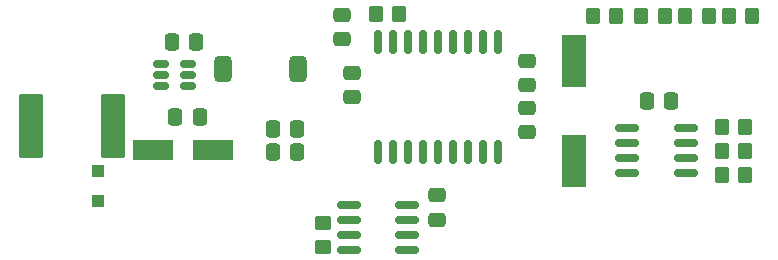
<source format=gtp>
%TF.GenerationSoftware,KiCad,Pcbnew,7.0.6*%
%TF.CreationDate,2023-08-14T14:17:20+01:00*%
%TF.ProjectId,canhat,63616e68-6174-42e6-9b69-6361645f7063,8*%
%TF.SameCoordinates,Original*%
%TF.FileFunction,Paste,Top*%
%TF.FilePolarity,Positive*%
%FSLAX46Y46*%
G04 Gerber Fmt 4.6, Leading zero omitted, Abs format (unit mm)*
G04 Created by KiCad (PCBNEW 7.0.6) date 2023-08-14 14:17:20*
%MOMM*%
%LPD*%
G01*
G04 APERTURE LIST*
G04 Aperture macros list*
%AMRoundRect*
0 Rectangle with rounded corners*
0 $1 Rounding radius*
0 $2 $3 $4 $5 $6 $7 $8 $9 X,Y pos of 4 corners*
0 Add a 4 corners polygon primitive as box body*
4,1,4,$2,$3,$4,$5,$6,$7,$8,$9,$2,$3,0*
0 Add four circle primitives for the rounded corners*
1,1,$1+$1,$2,$3*
1,1,$1+$1,$4,$5*
1,1,$1+$1,$6,$7*
1,1,$1+$1,$8,$9*
0 Add four rect primitives between the rounded corners*
20,1,$1+$1,$2,$3,$4,$5,0*
20,1,$1+$1,$4,$5,$6,$7,0*
20,1,$1+$1,$6,$7,$8,$9,0*
20,1,$1+$1,$8,$9,$2,$3,0*%
G04 Aperture macros list end*
%ADD10RoundRect,0.250000X0.350000X0.450000X-0.350000X0.450000X-0.350000X-0.450000X0.350000X-0.450000X0*%
%ADD11RoundRect,0.250000X0.475000X-0.337500X0.475000X0.337500X-0.475000X0.337500X-0.475000X-0.337500X0*%
%ADD12RoundRect,0.250000X-0.475000X0.337500X-0.475000X-0.337500X0.475000X-0.337500X0.475000X0.337500X0*%
%ADD13RoundRect,0.150000X0.150000X-0.875000X0.150000X0.875000X-0.150000X0.875000X-0.150000X-0.875000X0*%
%ADD14RoundRect,0.150000X0.825000X0.150000X-0.825000X0.150000X-0.825000X-0.150000X0.825000X-0.150000X0*%
%ADD15RoundRect,0.250000X0.337500X0.475000X-0.337500X0.475000X-0.337500X-0.475000X0.337500X-0.475000X0*%
%ADD16RoundRect,0.150000X-0.825000X-0.150000X0.825000X-0.150000X0.825000X0.150000X-0.825000X0.150000X0*%
%ADD17R,2.000000X4.500000*%
%ADD18RoundRect,0.250001X-0.799999X-2.474999X0.799999X-2.474999X0.799999X2.474999X-0.799999X2.474999X0*%
%ADD19RoundRect,0.250000X-0.350000X-0.450000X0.350000X-0.450000X0.350000X0.450000X-0.350000X0.450000X0*%
%ADD20RoundRect,0.375000X-0.375000X-0.725000X0.375000X-0.725000X0.375000X0.725000X-0.375000X0.725000X0*%
%ADD21RoundRect,0.150000X-0.512500X-0.150000X0.512500X-0.150000X0.512500X0.150000X-0.512500X0.150000X0*%
%ADD22R,3.500000X1.800000*%
%ADD23RoundRect,0.250000X-0.337500X-0.475000X0.337500X-0.475000X0.337500X0.475000X-0.337500X0.475000X0*%
%ADD24R,1.000000X1.000000*%
%ADD25RoundRect,0.250000X0.450000X-0.350000X0.450000X0.350000X-0.450000X0.350000X-0.450000X-0.350000X0*%
G04 APERTURE END LIST*
D10*
%TO.C,R3*%
X102025000Y-71600000D03*
X100025000Y-71600000D03*
%TD*%
%TO.C,R4*%
X102025000Y-69600000D03*
X100025000Y-69600000D03*
%TD*%
D11*
%TO.C,C1*%
X83500000Y-64037500D03*
X83500000Y-61962500D03*
%TD*%
D12*
%TO.C,C6*%
X75900000Y-73362500D03*
X75900000Y-75437500D03*
%TD*%
D10*
%TO.C,R1*%
X72700000Y-58000000D03*
X70700000Y-58000000D03*
%TD*%
D13*
%TO.C,U1*%
X70920000Y-69650000D03*
X72190000Y-69650000D03*
X73460000Y-69650000D03*
X74730000Y-69650000D03*
X76000000Y-69650000D03*
X77270000Y-69650000D03*
X78540000Y-69650000D03*
X79810000Y-69650000D03*
X81080000Y-69650000D03*
X81080000Y-60350000D03*
X79810000Y-60350000D03*
X78540000Y-60350000D03*
X77270000Y-60350000D03*
X76000000Y-60350000D03*
X74730000Y-60350000D03*
X73460000Y-60350000D03*
X72190000Y-60350000D03*
X70920000Y-60350000D03*
%TD*%
D14*
%TO.C,U2*%
X73375000Y-78005000D03*
X73375000Y-76735000D03*
X73375000Y-75465000D03*
X73375000Y-74195000D03*
X68425000Y-74195000D03*
X68425000Y-75465000D03*
X68425000Y-76735000D03*
X68425000Y-78005000D03*
%TD*%
D15*
%TO.C,C7*%
X95737500Y-65400000D03*
X93662500Y-65400000D03*
%TD*%
D10*
%TO.C,R2*%
X102025000Y-67600000D03*
X100025000Y-67600000D03*
%TD*%
D16*
%TO.C,U3*%
X92025000Y-67695000D03*
X92025000Y-68965000D03*
X92025000Y-70235000D03*
X92025000Y-71505000D03*
X96975000Y-71505000D03*
X96975000Y-70235000D03*
X96975000Y-68965000D03*
X96975000Y-67695000D03*
%TD*%
D17*
%TO.C,Y1*%
X87500000Y-70450000D03*
X87500000Y-61950000D03*
%TD*%
D18*
%TO.C,F1*%
X41525000Y-67500000D03*
X48475000Y-67500000D03*
%TD*%
D12*
%TO.C,C3*%
X67900000Y-58050000D03*
X67900000Y-60125000D03*
%TD*%
%TO.C,C4*%
X68700000Y-62962500D03*
X68700000Y-65037500D03*
%TD*%
D19*
%TO.C,R12*%
X93200000Y-58200000D03*
X95200000Y-58200000D03*
%TD*%
%TO.C,R13*%
X96900000Y-58200000D03*
X98900000Y-58200000D03*
%TD*%
%TO.C,R14*%
X100600000Y-58200000D03*
X102600000Y-58200000D03*
%TD*%
D15*
%TO.C,C12*%
X64062500Y-69700000D03*
X61987500Y-69700000D03*
%TD*%
D20*
%TO.C,L1*%
X57825000Y-62700000D03*
X64125000Y-62700000D03*
%TD*%
D21*
%TO.C,U4*%
X52552500Y-62200000D03*
X52552500Y-63150000D03*
X52552500Y-64100000D03*
X54827500Y-64100000D03*
X54827500Y-63150000D03*
X54827500Y-62200000D03*
%TD*%
D15*
%TO.C,C13*%
X64062500Y-67700000D03*
X61987500Y-67700000D03*
%TD*%
D22*
%TO.C,D2*%
X56900000Y-69500000D03*
X51900000Y-69500000D03*
%TD*%
D23*
%TO.C,C9*%
X53762500Y-66700000D03*
X55837500Y-66700000D03*
%TD*%
D10*
%TO.C,R11*%
X91100000Y-58200000D03*
X89100000Y-58200000D03*
%TD*%
D24*
%TO.C,D1*%
X47200000Y-71300000D03*
X47200000Y-73800000D03*
%TD*%
D23*
%TO.C,C10*%
X53462500Y-60400000D03*
X55537500Y-60400000D03*
%TD*%
D25*
%TO.C,R5*%
X66250000Y-77700000D03*
X66250000Y-75700000D03*
%TD*%
D12*
%TO.C,C2*%
X83500000Y-65925000D03*
X83500000Y-68000000D03*
%TD*%
M02*

</source>
